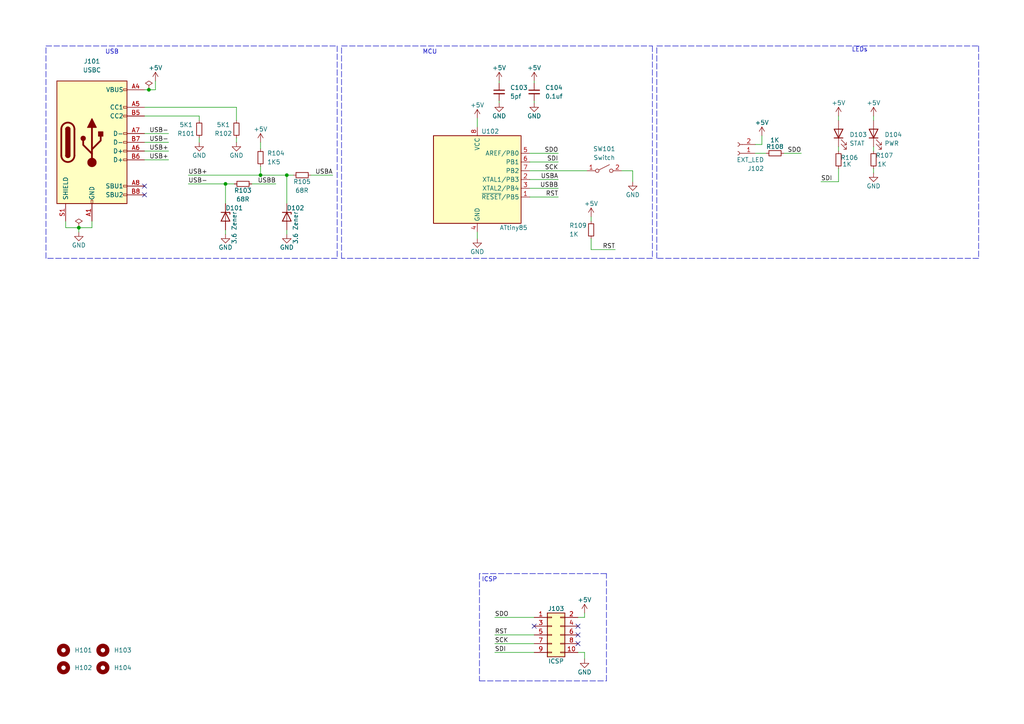
<source format=kicad_sch>
(kicad_sch (version 20211123) (generator eeschema)
  (paper "A4")
  (lib_symbols
    (symbol "Connector:Conn_01x02_Female" (pin_names (offset 1.016) hide)
      (property "Reference" "J" (at 0 2.54 0))
      (property "Value" "Conn_01x02_Female" (at 0 -5.08 0))
      (symbol "Conn_01x02_Female_1_1"
        (arc (start 0 -2.032) (mid -0.508 -2.54) (end 0 -3.048) (stroke (width 0.1524)))
        (polyline (pts (xy -1.27 -2.54) (xy -0.508 -2.54)) (stroke (width 0.1524)))
        (polyline (pts (xy -1.27 0) (xy -0.508 0)) (stroke (width 0.1524)))
        (arc (start 0 0.508) (mid -0.508 0) (end 0 -0.508) (stroke (width 0.1524)))
        (pin passive line (at -5.08 0 0) (length 3.81) (name "Pin_1") (number "1"))
        (pin passive line (at -5.08 -2.54 0) (length 3.81) (name "Pin_2") (number "2"))
      )
    )
    (symbol "Connector:USB_C_Receptacle_USB2.0" (pin_names (offset 1.016))
      (property "Reference" "J" (at -10.16 19.05 0))
      (property "Value" "USB_C_Receptacle_USB2.0" (at 19.05 19.05 0))
      (symbol "USB_C_Receptacle_USB2.0_0_0"
        (rectangle (start -0.254 -17.78) (end 0.254 -16.764))
        (rectangle (start 10.16 -14.986) (end 9.144 -15.494))
        (rectangle (start 10.16 -12.446) (end 9.144 -12.954))
        (rectangle (start 10.16 -4.826) (end 9.144 -5.334))
        (rectangle (start 10.16 -2.286) (end 9.144 -2.794))
        (rectangle (start 10.16 0.254) (end 9.144 -0.254))
        (rectangle (start 10.16 2.794) (end 9.144 2.286))
        (rectangle (start 10.16 7.874) (end 9.144 7.366))
        (rectangle (start 10.16 10.414) (end 9.144 9.906))
        (rectangle (start 10.16 15.494) (end 9.144 14.986))
      )
      (symbol "USB_C_Receptacle_USB2.0_0_1"
        (rectangle (start -10.16 17.78) (end 10.16 -17.78) (stroke (width 0.254)) (fill (type background)))
        (arc (start -8.89 -3.81) (mid -6.985 -5.715) (end -5.08 -3.81) (stroke (width 0.508)))
        (arc (start -7.62 -3.81) (mid -6.985 -4.445) (end -6.35 -3.81) (stroke (width 0.254)))
        (arc (start -7.62 -3.81) (mid -6.985 -4.445) (end -6.35 -3.81) (stroke (width 0.254)) (fill (type outline)))
        (rectangle (start -7.62 -3.81) (end -6.35 3.81) (stroke (width 0.254)) (fill (type outline)))
        (arc (start -6.35 3.81) (mid -6.985 4.445) (end -7.62 3.81) (stroke (width 0.254)))
        (arc (start -6.35 3.81) (mid -6.985 4.445) (end -7.62 3.81) (stroke (width 0.254)) (fill (type outline)))
        (arc (start -5.08 3.81) (mid -6.985 5.715) (end -8.89 3.81) (stroke (width 0.508)))
        (circle (center -2.54 1.143) (radius 0.635) (stroke (width 0.254)) (fill (type outline)))
        (circle (center 0 -5.842) (radius 1.27) (fill (type outline)))
        (polyline (pts (xy -8.89 -3.81) (xy -8.89 3.81)) (stroke (width 0.508)))
        (polyline (pts (xy -5.08 3.81) (xy -5.08 -3.81)) (stroke (width 0.508)))
        (polyline (pts (xy 0 -5.842) (xy 0 4.318)) (stroke (width 0.508)))
        (polyline (pts (xy 0 -3.302) (xy -2.54 -0.762) (xy -2.54 0.508)) (stroke (width 0.508)))
        (polyline (pts (xy 0 -2.032) (xy 2.54 0.508) (xy 2.54 1.778)) (stroke (width 0.508)))
        (polyline (pts (xy -1.27 4.318) (xy 0 6.858) (xy 1.27 4.318) (xy -1.27 4.318)) (stroke (width 0.254)) (fill (type outline)))
        (rectangle (start 1.905 1.778) (end 3.175 3.048) (stroke (width 0.254)) (fill (type outline)))
      )
      (symbol "USB_C_Receptacle_USB2.0_1_1"
        (pin passive line (at 0 -22.86 90) (length 5.08) (name "GND") (number "A1"))
        (pin passive line (at 0 -22.86 90) (length 5.08) hide (name "GND") (number "A12"))
        (pin passive line (at 15.24 15.24 180) (length 5.08) (name "VBUS") (number "A4"))
        (pin bidirectional line (at 15.24 10.16 180) (length 5.08) (name "CC1") (number "A5"))
        (pin bidirectional line (at 15.24 -2.54 180) (length 5.08) (name "D+") (number "A6"))
        (pin bidirectional line (at 15.24 2.54 180) (length 5.08) (name "D-") (number "A7"))
        (pin bidirectional line (at 15.24 -12.7 180) (length 5.08) (name "SBU1") (number "A8"))
        (pin passive line (at 15.24 15.24 180) (length 5.08) hide (name "VBUS") (number "A9"))
        (pin passive line (at 0 -22.86 90) (length 5.08) hide (name "GND") (number "B1"))
        (pin passive line (at 0 -22.86 90) (length 5.08) hide (name "GND") (number "B12"))
        (pin passive line (at 15.24 15.24 180) (length 5.08) hide (name "VBUS") (number "B4"))
        (pin bidirectional line (at 15.24 7.62 180) (length 5.08) (name "CC2") (number "B5"))
        (pin bidirectional line (at 15.24 -5.08 180) (length 5.08) (name "D+") (number "B6"))
        (pin bidirectional line (at 15.24 0 180) (length 5.08) (name "D-") (number "B7"))
        (pin bidirectional line (at 15.24 -15.24 180) (length 5.08) (name "SBU2") (number "B8"))
        (pin passive line (at 15.24 15.24 180) (length 5.08) hide (name "VBUS") (number "B9"))
        (pin passive line (at -7.62 -22.86 90) (length 5.08) (name "SHIELD") (number "S1"))
      )
    )
    (symbol "Connector_Generic:Conn_02x05_Odd_Even" (pin_names (offset 1.016) hide)
      (property "Reference" "J" (at 1.27 7.62 0))
      (property "Value" "Conn_02x05_Odd_Even" (at 1.27 -7.62 0))
      (symbol "Conn_02x05_Odd_Even_1_1"
        (rectangle (start -1.27 -4.953) (end 0 -5.207) (stroke (width 0.1524)))
        (rectangle (start -1.27 -2.413) (end 0 -2.667) (stroke (width 0.1524)))
        (rectangle (start -1.27 0.127) (end 0 -0.127) (stroke (width 0.1524)))
        (rectangle (start -1.27 2.667) (end 0 2.413) (stroke (width 0.1524)))
        (rectangle (start -1.27 5.207) (end 0 4.953) (stroke (width 0.1524)))
        (rectangle (start -1.27 6.35) (end 3.81 -6.35) (stroke (width 0.254)) (fill (type background)))
        (rectangle (start 3.81 -4.953) (end 2.54 -5.207) (stroke (width 0.1524)))
        (rectangle (start 3.81 -2.413) (end 2.54 -2.667) (stroke (width 0.1524)))
        (rectangle (start 3.81 0.127) (end 2.54 -0.127) (stroke (width 0.1524)))
        (rectangle (start 3.81 2.667) (end 2.54 2.413) (stroke (width 0.1524)))
        (rectangle (start 3.81 5.207) (end 2.54 4.953) (stroke (width 0.1524)))
        (pin passive line (at -5.08 5.08 0) (length 3.81) (name "Pin_1") (number "1"))
        (pin passive line (at 7.62 -5.08 180) (length 3.81) (name "Pin_10") (number "10"))
        (pin passive line (at 7.62 5.08 180) (length 3.81) (name "Pin_2") (number "2"))
        (pin passive line (at -5.08 2.54 0) (length 3.81) (name "Pin_3") (number "3"))
        (pin passive line (at 7.62 2.54 180) (length 3.81) (name "Pin_4") (number "4"))
        (pin passive line (at -5.08 0 0) (length 3.81) (name "Pin_5") (number "5"))
        (pin passive line (at 7.62 0 180) (length 3.81) (name "Pin_6") (number "6"))
        (pin passive line (at -5.08 -2.54 0) (length 3.81) (name "Pin_7") (number "7"))
        (pin passive line (at 7.62 -2.54 180) (length 3.81) (name "Pin_8") (number "8"))
        (pin passive line (at -5.08 -5.08 0) (length 3.81) (name "Pin_9") (number "9"))
      )
    )
    (symbol "Device:C_Small" (pin_numbers hide) (pin_names (offset 0.254) hide)
      (property "Reference" "C" (at 0.254 1.778 0))
      (property "Value" "C_Small" (at 0.254 -2.032 0))
      (symbol "C_Small_0_1"
        (polyline (pts (xy -1.524 -0.508) (xy 1.524 -0.508)) (stroke (width 0.3302)))
        (polyline (pts (xy -1.524 0.508) (xy 1.524 0.508)) (stroke (width 0.3048)))
      )
      (symbol "C_Small_1_1"
        (pin passive line (at 0 2.54 270) (length 2.032) (name "~") (number "1"))
        (pin passive line (at 0 -2.54 90) (length 2.032) (name "~") (number "2"))
      )
    )
    (symbol "Device:D_Zener" (pin_numbers hide) (pin_names (offset 1.016) hide)
      (property "Reference" "D" (at 0 2.54 0))
      (property "Value" "D_Zener" (at 0 -2.54 0))
      (symbol "D_Zener_0_1"
        (polyline (pts (xy 1.27 0) (xy -1.27 0)))
        (polyline (pts (xy -1.27 -1.27) (xy -1.27 1.27) (xy -0.762 1.27)) (stroke (width 0.254)))
        (polyline (pts (xy 1.27 -1.27) (xy 1.27 1.27) (xy -1.27 0) (xy 1.27 -1.27)) (stroke (width 0.254)))
      )
      (symbol "D_Zener_1_1"
        (pin passive line (at -3.81 0 0) (length 2.54) (name "K") (number "1"))
        (pin passive line (at 3.81 0 180) (length 2.54) (name "A") (number "2"))
      )
    )
    (symbol "Device:LED" (pin_numbers hide) (pin_names (offset 1.016) hide)
      (property "Reference" "D" (at 0 2.54 0))
      (property "Value" "LED" (at 0 -2.54 0))
      (symbol "LED_0_1"
        (polyline (pts (xy -1.27 -1.27) (xy -1.27 1.27)) (stroke (width 0.254)))
        (polyline (pts (xy -1.27 0) (xy 1.27 0)))
        (polyline (pts (xy 1.27 -1.27) (xy 1.27 1.27) (xy -1.27 0) (xy 1.27 -1.27)) (stroke (width 0.254)))
        (polyline (pts (xy -3.048 -0.762) (xy -4.572 -2.286) (xy -3.81 -2.286) (xy -4.572 -2.286) (xy -4.572 -1.524)))
        (polyline (pts (xy -1.778 -0.762) (xy -3.302 -2.286) (xy -2.54 -2.286) (xy -3.302 -2.286) (xy -3.302 -1.524)))
      )
      (symbol "LED_1_1"
        (pin passive line (at -3.81 0 0) (length 2.54) (name "K") (number "1"))
        (pin passive line (at 3.81 0 180) (length 2.54) (name "A") (number "2"))
      )
    )
    (symbol "Device:R_Small" (pin_numbers hide) (pin_names (offset 0.254) hide)
      (property "Reference" "R" (at 0.762 0.508 0))
      (property "Value" "R_Small" (at 0.762 -1.016 0))
      (symbol "R_Small_0_1"
        (rectangle (start -0.762 1.778) (end 0.762 -1.778) (stroke (width 0.2032)))
      )
      (symbol "R_Small_1_1"
        (pin passive line (at 0 2.54 270) (length 0.762) (name "~") (number "1"))
        (pin passive line (at 0 -2.54 90) (length 0.762) (name "~") (number "2"))
      )
    )
    (symbol "MCU_Microchip_ATtiny:ATtiny85-20S"
      (property "Reference" "U" (at -12.7 13.97 0))
      (property "Value" "ATtiny85-20S" (at 2.54 -13.97 0))
      (symbol "ATtiny85-20S_0_1"
        (rectangle (start -12.7 -12.7) (end 12.7 12.7) (stroke (width 0.254)) (fill (type background)))
      )
      (symbol "ATtiny85-20S_1_1"
        (pin bidirectional line (at 15.24 -5.08 180) (length 2.54) (name "~{RESET}/PB5") (number "1"))
        (pin bidirectional line (at 15.24 0 180) (length 2.54) (name "XTAL1/PB3") (number "2"))
        (pin bidirectional line (at 15.24 -2.54 180) (length 2.54) (name "XTAL2/PB4") (number "3"))
        (pin power_in line (at 0 -15.24 90) (length 2.54) (name "GND") (number "4"))
        (pin bidirectional line (at 15.24 7.62 180) (length 2.54) (name "AREF/PB0") (number "5"))
        (pin bidirectional line (at 15.24 5.08 180) (length 2.54) (name "PB1") (number "6"))
        (pin bidirectional line (at 15.24 2.54 180) (length 2.54) (name "PB2") (number "7"))
        (pin power_in line (at 0 15.24 270) (length 2.54) (name "VCC") (number "8"))
      )
    )
    (symbol "Mechanical:MountingHole" (pin_names (offset 1.016))
      (property "Reference" "H" (at 0 5.08 0))
      (property "Value" "MountingHole" (at 0 3.175 0))
      (symbol "MountingHole_0_1"
        (circle (center 0 0) (radius 1.27) (stroke (width 1.27)))
      )
    )
    (symbol "Switch:SW_SPST" (pin_names (offset 0) hide)
      (property "Reference" "SW" (at 0 3.175 0))
      (property "Value" "SW_SPST" (at 0 -2.54 0))
      (symbol "SW_SPST_0_0"
        (circle (center -2.032 0) (radius 0.508))
        (polyline (pts (xy -1.524 0.254) (xy 1.524 1.778)))
        (circle (center 2.032 0) (radius 0.508))
      )
      (symbol "SW_SPST_1_1"
        (pin passive line (at -5.08 0 0) (length 2.54) (name "A") (number "1"))
        (pin passive line (at 5.08 0 180) (length 2.54) (name "B") (number "2"))
      )
    )
    (symbol "power:+5V" (power) (pin_names (offset 0))
      (property "Value" "+5V" (at 0 3.556 0))
      (symbol "+5V_0_1"
        (polyline (pts (xy -0.762 1.27) (xy 0 2.54)))
        (polyline (pts (xy 0 0) (xy 0 2.54)))
        (polyline (pts (xy 0 2.54) (xy 0.762 1.27)))
      )
      (symbol "+5V_1_1"
        (pin power_in line (at 0 0 90) (length 0) hide (name "+5V") (number "1"))
      )
    )
    (symbol "power:GND" (power) (pin_names (offset 0))
      (property "Value" "GND" (at 0 -3.81 0))
      (symbol "GND_0_1"
        (polyline (pts (xy 0 0) (xy 0 -1.27) (xy 1.27 -1.27) (xy 0 -2.54) (xy -1.27 -1.27) (xy 0 -1.27)))
      )
      (symbol "GND_1_1"
        (pin power_in line (at 0 0 270) (length 0) hide (name "GND") (number "1"))
      )
    )
    (symbol "power:PWR_FLAG" (power) (pin_numbers hide) (pin_names (offset 0) hide)
      (property "Value" "PWR_FLAG" (at 0 3.81 0))
      (symbol "PWR_FLAG_0_0"
        (pin power_out line (at 0 0 90) (length 0) (name "pwr") (number "1"))
      )
      (symbol "PWR_FLAG_0_1"
        (polyline (pts (xy 0 0) (xy 0 1.27) (xy -1.016 1.905) (xy 0 2.54) (xy 1.016 1.905) (xy 0 1.27)))
      )
    )
  )
  (junction (at 83.185 50.8))
  (junction (at 75.565 50.8))
  (junction (at 65.405 53.34))
  (junction (at 43.18 26.035))
  (junction (at 22.86 66.04))
  (no_connect (at 167.64 186.69))
  (no_connect (at 167.64 181.61))
  (no_connect (at 41.91 53.975))
  (no_connect (at 154.94 181.61))
  (no_connect (at 167.64 184.15))
  (no_connect (at 41.91 56.515))
  (wire (pts (xy 75.565 48.26) (xy 75.565 50.8)))
  (wire (pts (xy 75.565 41.275) (xy 75.565 43.18)))
  (polyline (pts (xy 139.065 197.485) (xy 175.895 197.485)))
  (wire (pts (xy 41.91 46.355) (xy 48.895 46.355)))
  (polyline (pts (xy 189.23 74.93) (xy 99.06 74.93)))
  (wire (pts (xy 138.43 67.31) (xy 138.43 69.215)))
  (wire (pts (xy 222.25 44.45) (xy 219.075 44.45)))
  (wire (pts (xy 41.91 38.735) (xy 48.895 38.735)))
  (wire (pts (xy 54.61 50.8) (xy 75.565 50.8)))
  (wire (pts (xy 243.205 33.655) (xy 243.205 34.925)))
  (wire (pts (xy 41.91 26.035) (xy 43.18 26.035)))
  (wire (pts (xy 43.18 26.035) (xy 45.085 26.035)))
  (polyline (pts (xy 175.895 197.485) (xy 175.895 166.37)))
  (wire (pts (xy 41.91 33.655) (xy 57.785 33.655)))
  (wire (pts (xy 41.91 41.275) (xy 48.895 41.275)))
  (wire (pts (xy 143.51 186.69) (xy 154.94 186.69)))
  (wire (pts (xy 238.125 52.705) (xy 243.205 52.705)))
  (polyline (pts (xy 283.845 74.93) (xy 190.5 74.93)))
  (wire (pts (xy 253.365 48.895) (xy 253.365 50.165)))
  (wire (pts (xy 83.185 50.8) (xy 85.09 50.8)))
  (wire (pts (xy 153.67 54.61) (xy 161.925 54.61)))
  (wire (pts (xy 232.41 44.45) (xy 227.33 44.45)))
  (wire (pts (xy 171.45 62.865) (xy 171.45 64.135)))
  (wire (pts (xy 183.515 49.53) (xy 180.34 49.53)))
  (polyline (pts (xy 175.895 166.37) (xy 139.065 166.37)))
  (polyline (pts (xy 190.5 74.93) (xy 190.5 13.335)))
  (wire (pts (xy 65.405 66.675) (xy 65.405 67.945)))
  (wire (pts (xy 67.945 53.34) (xy 65.405 53.34)))
  (wire (pts (xy 153.67 46.99) (xy 161.925 46.99)))
  (wire (pts (xy 154.94 29.21) (xy 154.94 29.845)))
  (wire (pts (xy 167.64 189.23) (xy 169.545 189.23)))
  (wire (pts (xy 75.565 50.8) (xy 83.185 50.8)))
  (wire (pts (xy 220.98 41.91) (xy 220.98 39.37)))
  (wire (pts (xy 167.64 179.07) (xy 169.545 179.07)))
  (wire (pts (xy 83.185 59.055) (xy 83.185 50.8)))
  (wire (pts (xy 68.58 41.275) (xy 68.58 40.005)))
  (wire (pts (xy 143.51 179.07) (xy 154.94 179.07)))
  (wire (pts (xy 153.67 49.53) (xy 170.18 49.53)))
  (wire (pts (xy 143.51 184.15) (xy 154.94 184.15)))
  (wire (pts (xy 83.185 66.675) (xy 83.185 67.945)))
  (wire (pts (xy 143.51 189.23) (xy 154.94 189.23)))
  (polyline (pts (xy 13.335 13.335) (xy 97.79 13.335)))
  (wire (pts (xy 80.01 53.34) (xy 73.025 53.34)))
  (wire (pts (xy 144.78 29.21) (xy 144.78 29.845)))
  (wire (pts (xy 19.05 64.135) (xy 19.05 66.04)))
  (wire (pts (xy 138.43 34.29) (xy 138.43 36.83)))
  (polyline (pts (xy 99.06 13.335) (xy 189.23 13.335)))
  (wire (pts (xy 90.17 50.8) (xy 96.52 50.8)))
  (wire (pts (xy 22.86 66.04) (xy 26.67 66.04)))
  (wire (pts (xy 41.91 43.815) (xy 48.895 43.815)))
  (polyline (pts (xy 13.335 74.93) (xy 13.335 13.335)))
  (wire (pts (xy 45.085 26.035) (xy 45.085 23.495)))
  (wire (pts (xy 57.785 41.275) (xy 57.785 40.005)))
  (wire (pts (xy 171.45 72.39) (xy 171.45 69.215)))
  (wire (pts (xy 26.67 66.04) (xy 26.67 64.135)))
  (wire (pts (xy 19.05 66.04) (xy 22.86 66.04)))
  (wire (pts (xy 41.91 31.115) (xy 68.58 31.115)))
  (wire (pts (xy 253.365 42.545) (xy 253.365 43.815)))
  (wire (pts (xy 243.205 52.705) (xy 243.205 48.895)))
  (wire (pts (xy 57.785 33.655) (xy 57.785 34.925)))
  (wire (pts (xy 253.365 33.655) (xy 253.365 34.925)))
  (wire (pts (xy 183.515 52.705) (xy 183.515 49.53)))
  (polyline (pts (xy 97.79 74.93) (xy 13.335 74.93)))
  (wire (pts (xy 153.67 52.07) (xy 161.925 52.07)))
  (wire (pts (xy 169.545 179.07) (xy 169.545 177.8)))
  (polyline (pts (xy 283.845 13.335) (xy 283.845 74.93)))
  (wire (pts (xy 22.86 66.04) (xy 22.86 67.31)))
  (wire (pts (xy 219.075 41.91) (xy 220.98 41.91)))
  (wire (pts (xy 169.545 189.23) (xy 169.545 191.135)))
  (wire (pts (xy 68.58 31.115) (xy 68.58 34.925)))
  (polyline (pts (xy 99.06 74.93) (xy 99.06 13.335)))
  (polyline (pts (xy 139.065 166.37) (xy 139.065 197.485)))
  (wire (pts (xy 65.405 53.34) (xy 65.405 59.055)))
  (wire (pts (xy 153.67 57.15) (xy 161.925 57.15)))
  (wire (pts (xy 154.94 23.495) (xy 154.94 24.13)))
  (polyline (pts (xy 189.23 13.335) (xy 189.23 74.93)))
  (wire (pts (xy 178.435 72.39) (xy 171.45 72.39)))
  (wire (pts (xy 153.67 44.45) (xy 161.925 44.45)))
  (wire (pts (xy 243.205 42.545) (xy 243.205 43.815)))
  (wire (pts (xy 65.405 53.34) (xy 54.61 53.34)))
  (polyline (pts (xy 190.5 13.335) (xy 283.845 13.335)))
  (wire (pts (xy 144.78 23.495) (xy 144.78 24.13)))
  (polyline (pts (xy 97.79 13.335) (xy 97.79 74.93)))
  (text "USB" (at 30.48 15.875 0) (effects (font (size 1.27 1.27)) (justify left bottom)))
  (text "LEDs" (at 247.015 15.24 0) (effects (font (size 1.27 1.27)) (justify left bottom)))
  (text "MCU" (at 122.555 15.875 0) (effects (font (size 1.27 1.27)) (justify left bottom)))
  (text "ICSP" (at 139.7 168.91 0) (effects (font (size 1.27 1.27)) (justify left bottom)))
  (label "RST" (at 143.51 184.15 0))
  (label "SDO" (at 143.51 179.07 0))
  (label "USB+" (at 48.895 43.815 180))
  (label "SDI" (at 143.51 189.23 0))
  (label "USB-" (at 48.895 41.275 180))
  (label "RST" (at 178.435 72.39 180))
  (label "USBA" (at 96.52 50.8 180))
  (label "USBA" (at 161.925 52.07 180))
  (label "USB+" (at 54.61 50.8 0))
  (label "SDO" (at 232.41 44.45 180))
  (label "USBB" (at 161.925 54.61 180))
  (label "SDO" (at 161.925 44.45 180))
  (label "USB+" (at 48.895 46.355 180))
  (label "SCK" (at 161.925 49.53 180))
  (label "USBB" (at 80.01 53.34 180))
  (label "SCK" (at 143.51 186.69 0))
  (label "SDI" (at 238.125 52.705 0))
  (label "USB-" (at 48.895 38.735 180))
  (label "USB-" (at 54.61 53.34 0))
  (label "SDI" (at 161.925 46.99 180))
  (label "RST" (at 161.925 57.15 180))
  (symbol (lib_id "Device:R_Small") (at 243.205 46.355 180) (unit 1)
    (property "Reference" "R106" (at 248.92 45.72 0) (effects (justify left)))
    (property "Value" "1K" (at 247.015 47.625 0) (effects (justify left)))
    (property "Footprint" "Resistor_SMD:R_0805_2012Metric" (effects hide))
  )
  (symbol (lib_id "power:PWR_FLAG") (at 22.86 66.04 0) (unit 1)
    (property "Reference" "#FLG0101" (effects hide))
    (property "Value" "PWR_FLAG" (effects hide))
  )
  (symbol (lib_id "power:PWR_FLAG") (at 43.18 26.035 0) (unit 1)
    (property "Reference" "#FLG0102" (effects hide))
    (property "Value" "PWR_FLAG" (effects hide))
  )
  (symbol (lib_id "power:+5V") (at 45.085 23.495 0) (unit 1)
    (property "Reference" "#PWR0113" (effects hide))
    (property "Value" "+5V" (at 45.085 19.685 0))
  )
  (symbol (lib_id "power:GND") (at 183.515 52.705 0) (unit 1)
    (property "Reference" "#PWR0111" (effects hide))
    (property "Value" "GND" (at 183.515 56.515 0))
  )
  (symbol (lib_id "Device:R_Small") (at 224.79 44.45 90) (unit 1)
    (property "Reference" "R108" (at 227.33 42.545 90) (effects (justify left)))
    (property "Value" "1K" (at 226.06 40.64 90) (effects (justify left)))
    (property "Footprint" "Resistor_SMD:R_0805_2012Metric" (effects hide))
  )
  (symbol (lib_id "power:GND") (at 83.185 67.945 0) (unit 1)
    (property "Reference" "#PWR0119" (effects hide))
    (property "Value" "GND" (at 83.185 71.755 0))
  )
  (symbol (lib_id "power:+5V") (at 220.98 39.37 0) (unit 1)
    (property "Reference" "#PWR0112" (effects hide))
    (property "Value" "+5V" (at 220.98 35.56 0))
  )
  (symbol (lib_id "Device:R_Small") (at 70.485 53.34 90) (unit 1)
    (property "Reference" "R103" (at 73.025 55.245 90) (effects (justify left)))
    (property "Value" "68R" (at 72.39 57.785 90) (effects (justify left)))
    (property "Footprint" "Resistor_SMD:R_0805_2012Metric" (effects hide))
  )
  (symbol (lib_id "power:GND") (at 22.86 67.31 0) (unit 1)
    (property "Reference" "#PWR0115" (effects hide))
    (property "Value" "GND" (at 22.86 71.12 0))
  )
  (symbol (lib_id "Device:C_Small") (at 154.94 26.67 0) (unit 1)
    (property "Reference" "C104" (at 158.115 25.4062 0) (effects (justify left)))
    (property "Value" "0.1uf" (at 158.115 27.9462 0) (effects (justify left)))
    (property "Footprint" "Capacitor_SMD:C_0805_2012Metric" (effects hide))
  )
  (symbol (lib_id "power:GND") (at 138.43 69.215 0) (unit 1)
    (property "Reference" "#PWR0109" (effects hide))
    (property "Value" "GND" (at 138.43 73.025 0))
  )
  (symbol (lib_id "power:+5V") (at 243.205 33.655 0) (unit 1)
    (property "Reference" "#PWR0108" (effects hide))
    (property "Value" "+5V" (at 243.205 29.845 0))
  )
  (symbol (lib_id "MCU_Microchip_ATtiny:ATtiny85-20S") (at 138.43 52.07 0) (unit 1)
    (property "Reference" "U102" (at 144.78 38.1 0) (effects (justify right)))
    (property "Value" "ATtiny85" (at 153.035 66.04 0) (effects (justify right)))
    (property "Footprint" "Package_SO:SOIC-8W_5.3x5.3mm_P1.27mm" (effects hide))
    (property "Datasheet" "http://ww1.microchip.com/downloads/en/DeviceDoc/atmel-2586-avr-8-bit-microcontroller-attiny25-attiny45-attiny85_datasheet.pdf" (effects hide))
  )
  (symbol (lib_id "power:GND") (at 169.545 191.135 0) (unit 1)
    (property "Reference" "#PWR0105" (effects hide))
    (property "Value" "GND" (at 169.545 194.945 0))
  )
  (symbol (lib_id "power:+5V") (at 169.545 177.8 0) (unit 1)
    (property "Reference" "#PWR0106" (effects hide))
    (property "Value" "+5V" (at 169.545 173.99 0))
  )
  (symbol (lib_id "Device:D_Zener") (at 83.185 62.865 270) (unit 1)
    (property "Reference" "D102" (at 85.725 60.325 90))
    (property "Value" "3.6 Zener" (at 85.725 66.04 0))
    (property "Footprint" "Diode_SMD:D_0805_2012Metric" (effects hide))
  )
  (symbol (lib_id "Device:R_Small") (at 57.785 37.465 180) (unit 1)
    (property "Reference" "R101" (at 53.975 38.735 0))
    (property "Value" "5K1" (at 53.975 36.195 0))
    (property "Footprint" "Resistor_SMD:R_0805_2012Metric" (effects hide))
  )
  (symbol (lib_id "Device:D_Zener") (at 65.405 62.865 270) (unit 1)
    (property "Reference" "D101" (at 67.945 60.325 90))
    (property "Value" "3.6 Zener" (at 67.945 66.04 0))
    (property "Footprint" "Diode_SMD:D_0805_2012Metric" (effects hide))
  )
  (symbol (lib_id "Connector:USB_C_Receptacle_USB2.0") (at 26.67 41.275 0) (unit 1)
    (property "Reference" "J101" (at 26.67 17.78 0))
    (property "Value" "USBC" (at 26.67 20.32 0))
    (property "Footprint" "Connector_USB:USB_C_Receptacle_XKB_U262-16XN-4BVC11" (effects hide))
    (property "Datasheet" "https://www.usb.org/sites/default/files/documents/usb_type-c.zip" (effects hide))
  )
  (symbol (lib_id "power:GND") (at 154.94 29.845 0) (unit 1)
    (property "Reference" "#PWR0101" (effects hide))
    (property "Value" "GND" (at 154.94 33.655 0))
  )
  (symbol (lib_id "Device:LED") (at 243.205 38.735 90) (unit 1)
    (property "Reference" "D103" (at 246.38 39.0524 90) (effects (justify right)))
    (property "Value" "STAT" (at 246.38 41.5924 90) (effects (justify right)))
    (property "Footprint" "LED_SMD:LED_0805_2012Metric" (effects hide))
  )
  (symbol (lib_id "Device:R_Small") (at 253.365 46.355 180) (unit 1)
    (property "Reference" "R107" (at 259.08 45.085 0) (effects (justify left)))
    (property "Value" "1K" (at 257.175 47.625 0) (effects (justify left)))
    (property "Footprint" "Resistor_SMD:R_0805_2012Metric" (effects hide))
  )
  (symbol (lib_id "power:GND") (at 68.58 41.275 0) (unit 1)
    (property "Reference" "#PWR0120" (effects hide))
    (property "Value" "GND" (at 68.58 45.085 0))
  )
  (symbol (lib_id "power:GND") (at 253.365 50.165 0) (unit 1)
    (property "Reference" "#PWR0114" (effects hide))
    (property "Value" "GND" (at 253.365 53.975 0))
  )
  (symbol (lib_id "Mechanical:MountingHole") (at 29.845 193.675 0) (unit 1)
    (property "Reference" "H104" (at 33.02 193.6749 0) (effects (justify left)))
    (property "Value" "MountingHole" (effects hide))
    (property "Footprint" "MountingHole:MountingHole_6.5mm" (effects hide))
  )
  (symbol (lib_id "power:GND") (at 57.785 41.275 0) (unit 1)
    (property "Reference" "#PWR0116" (effects hide))
    (property "Value" "GND" (at 57.785 45.085 0))
  )
  (symbol (lib_id "Device:R_Small") (at 68.58 37.465 180) (unit 1)
    (property "Reference" "R102" (at 64.77 38.735 0))
    (property "Value" "5K1" (at 64.77 36.195 0))
    (property "Footprint" "Resistor_SMD:R_0805_2012Metric" (effects hide))
  )
  (symbol (lib_id "power:GND") (at 144.78 29.845 0) (unit 1)
    (property "Reference" "#PWR0103" (effects hide))
    (property "Value" "GND" (at 144.78 33.655 0))
  )
  (symbol (lib_id "Switch:SW_SPST") (at 175.26 49.53 0) (unit 1)
    (property "Reference" "SW101" (at 175.26 43.18 0))
    (property "Value" "Switch" (at 175.26 45.72 0))
    (property "Footprint" "Switch_Keyboard_Cherry_MX:SW_Cherry_MX_PCB" (effects hide))
  )
  (symbol (lib_id "Mechanical:MountingHole") (at 18.415 188.595 0) (unit 1)
    (property "Reference" "H101" (at 21.59 188.5949 0) (effects (justify left)))
    (property "Value" "MountingHole" (effects hide))
    (property "Footprint" "MountingHole:MountingHole_6.5mm" (effects hide))
  )
  (symbol (lib_id "Mechanical:MountingHole") (at 29.845 188.595 0) (unit 1)
    (property "Reference" "H103" (at 33.02 188.5949 0) (effects (justify left)))
    (property "Value" "MountingHole" (effects hide))
    (property "Footprint" "MountingHole:MountingHole_6.5mm" (effects hide))
  )
  (symbol (lib_id "power:+5V") (at 138.43 34.29 0) (unit 1)
    (property "Reference" "#PWR0110" (effects hide))
    (property "Value" "+5V" (at 138.43 30.48 0))
  )
  (symbol (lib_id "power:+5V") (at 144.78 23.495 0) (unit 1)
    (property "Reference" "#PWR0104" (effects hide))
    (property "Value" "+5V" (at 144.78 19.685 0))
  )
  (symbol (lib_id "Device:R_Small") (at 75.565 45.72 0) (unit 1)
    (property "Reference" "R104" (at 77.47 44.45 0) (effects (justify left)))
    (property "Value" "1K5" (at 77.47 46.99 0) (effects (justify left)))
    (property "Footprint" "Resistor_SMD:R_0805_2012Metric" (effects hide))
  )
  (symbol (lib_id "Device:R_Small") (at 171.45 66.675 0) (unit 1)
    (property "Reference" "R109" (at 165.1 65.405 0) (effects (justify left)))
    (property "Value" "1K" (at 165.1 67.945 0) (effects (justify left)))
    (property "Footprint" "Resistor_SMD:R_0805_2012Metric" (effects hide))
  )
  (symbol (lib_id "power:+5V") (at 171.45 62.865 0) (unit 1)
    (property "Reference" "#PWR0117" (effects hide))
    (property "Value" "+5V" (at 171.45 59.055 0))
  )
  (symbol (lib_id "power:+5V") (at 253.365 33.655 0) (unit 1)
    (property "Reference" "#PWR0107" (effects hide))
    (property "Value" "+5V" (at 253.365 29.845 0))
  )
  (symbol (lib_id "power:+5V") (at 154.94 23.495 0) (unit 1)
    (property "Reference" "#PWR0102" (effects hide))
    (property "Value" "+5V" (at 154.94 19.685 0))
  )
  (symbol (lib_id "power:GND") (at 65.405 67.945 0) (unit 1)
    (property "Reference" "#PWR0118" (effects hide))
    (property "Value" "GND" (at 65.405 71.755 0))
  )
  (symbol (lib_id "Connector_Generic:Conn_02x05_Odd_Even") (at 160.02 184.15 0) (unit 1)
    (property "Reference" "J103" (at 161.29 176.53 0))
    (property "Value" "ICSP" (at 161.29 191.77 0))
    (property "Footprint" "Connector:Tag-Connect_TC2050-IDC-FP_2x05_P1.27mm_Vertical" (effects hide))
  )
  (symbol (lib_id "Device:C_Small") (at 144.78 26.67 0) (unit 1)
    (property "Reference" "C103" (at 147.955 25.4062 0) (effects (justify left)))
    (property "Value" "5pf" (at 147.955 27.9462 0) (effects (justify left)))
    (property "Footprint" "Capacitor_SMD:C_0805_2012Metric" (effects hide))
  )
  (symbol (lib_id "Device:R_Small") (at 87.63 50.8 90) (unit 1)
    (property "Reference" "R105" (at 90.17 52.705 90) (effects (justify left)))
    (property "Value" "68R" (at 89.535 55.245 90) (effects (justify left)))
    (property "Footprint" "Resistor_SMD:R_0805_2012Metric" (effects hide))
  )
  (symbol (lib_id "power:+5V") (at 75.565 41.275 0) (unit 1)
    (property "Reference" "#PWR0121" (effects hide))
    (property "Value" "+5V" (at 75.565 37.465 0))
  )
  (symbol (lib_id "Device:LED") (at 253.365 38.735 90) (unit 1)
    (property "Reference" "D104" (at 256.54 39.0524 90) (effects (justify right)))
    (property "Value" "PWR" (at 256.54 41.5924 90) (effects (justify right)))
    (property "Footprint" "LED_SMD:LED_0805_2012Metric" (effects hide))
  )
  (symbol (lib_id "Mechanical:MountingHole") (at 18.415 193.675 0) (unit 1)
    (property "Reference" "H102" (at 21.59 193.6749 0) (effects (justify left)))
    (property "Value" "MountingHole" (effects hide))
    (property "Footprint" "MountingHole:MountingHole_6.5mm" (effects hide))
  )
  (symbol (lib_id "Connector:Conn_01x02_Female") (at 213.995 44.45 180) (unit 1)
    (property "Reference" "J102" (at 221.615 48.895 0) (effects (justify left)))
    (property "Value" "EXT_LED" (at 221.615 46.355 0) (effects (justify left)))
    (property "Footprint" "Connector_Wire:SolderWire-0.15sqmm_1x02_P4mm_D0.5mm_OD1.5mm_Relief" (effects hide))
  )
)
</source>
